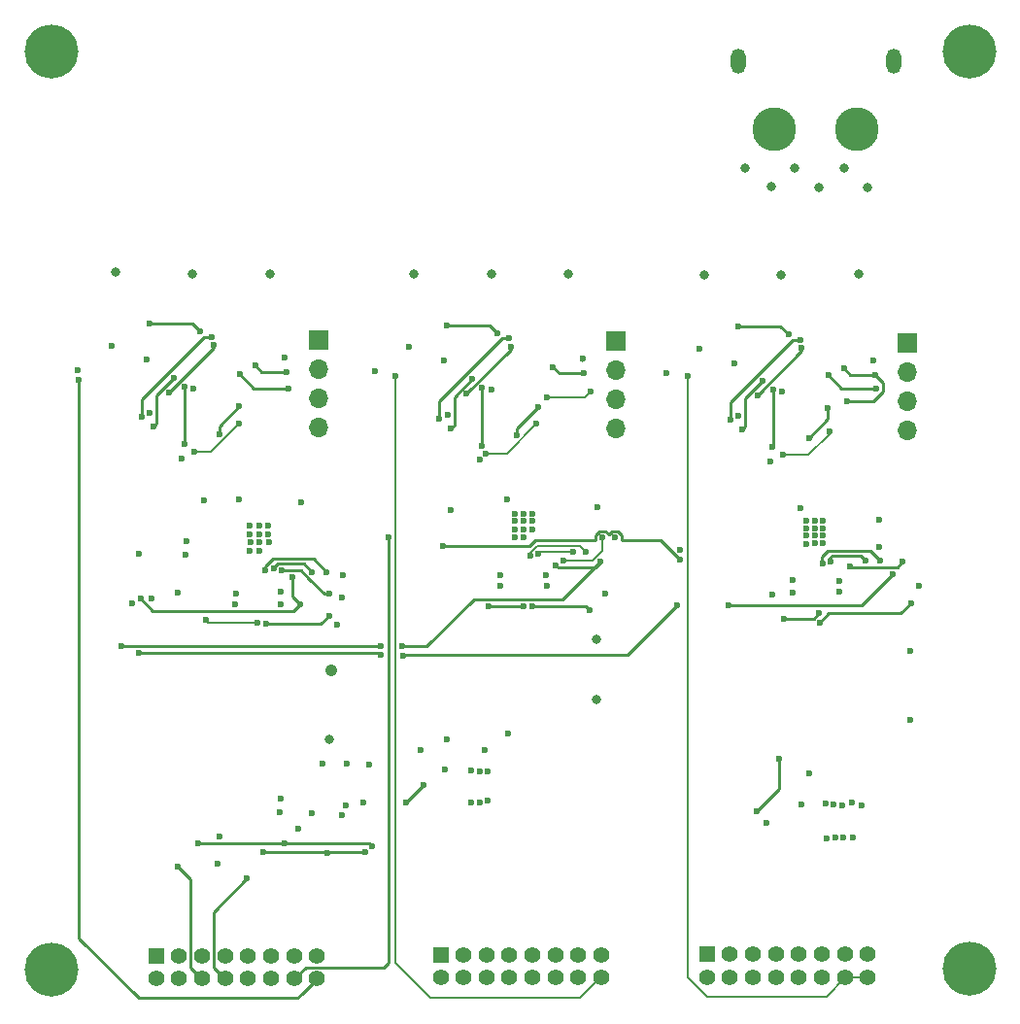
<source format=gbr>
%TF.GenerationSoftware,KiCad,Pcbnew,9.0.0*%
%TF.CreationDate,2025-06-19T13:23:44-07:00*%
%TF.ProjectId,EPS_Scales_RevE,4550535f-5363-4616-9c65-735f52657645,rev?*%
%TF.SameCoordinates,Original*%
%TF.FileFunction,Copper,L4,Bot*%
%TF.FilePolarity,Positive*%
%FSLAX46Y46*%
G04 Gerber Fmt 4.6, Leading zero omitted, Abs format (unit mm)*
G04 Created by KiCad (PCBNEW 9.0.0) date 2025-06-19 13:23:44*
%MOMM*%
%LPD*%
G01*
G04 APERTURE LIST*
%TA.AperFunction,ComponentPad*%
%ADD10C,4.700000*%
%TD*%
%TA.AperFunction,ComponentPad*%
%ADD11R,1.400000X1.400000*%
%TD*%
%TA.AperFunction,ComponentPad*%
%ADD12C,1.400000*%
%TD*%
%TA.AperFunction,ComponentPad*%
%ADD13R,1.700000X1.700000*%
%TD*%
%TA.AperFunction,ComponentPad*%
%ADD14O,1.700000X1.700000*%
%TD*%
%TA.AperFunction,ComponentPad*%
%ADD15O,1.300000X2.200000*%
%TD*%
%TA.AperFunction,ComponentPad*%
%ADD16C,3.800000*%
%TD*%
%TA.AperFunction,ViaPad*%
%ADD17C,0.600000*%
%TD*%
%TA.AperFunction,ViaPad*%
%ADD18C,0.800000*%
%TD*%
%TA.AperFunction,Conductor*%
%ADD19C,0.250000*%
%TD*%
%TA.AperFunction,Conductor*%
%ADD20C,0.200000*%
%TD*%
%TA.AperFunction,Conductor*%
%ADD21C,1.000000*%
%TD*%
G04 APERTURE END LIST*
D10*
%TO.P,J3,1,1*%
%TO.N,GND*%
X160012800Y-37000000D03*
%TD*%
D11*
%TO.P,CN1,1,1*%
%TO.N,+5V_Perif*%
X193941000Y-115729000D03*
D12*
%TO.P,CN1,2,2*%
%TO.N,unconnected-(CN1-Pad2)*%
X193941000Y-117729000D03*
%TO.P,CN1,3,3*%
%TO.N,+5V_Perif*%
X195941000Y-115729000D03*
%TO.P,CN1,4,4*%
%TO.N,Net-(CN1-Pad4)*%
X195941000Y-117729000D03*
%TO.P,CN1,5,5*%
%TO.N,+5V_Perif*%
X197941000Y-115729000D03*
%TO.P,CN1,6,6*%
%TO.N,Net-(CN1-Pad6)*%
X197941000Y-117729000D03*
%TO.P,CN1,7,7*%
%TO.N,+5V_Perif*%
X199941000Y-115729000D03*
%TO.P,CN1,8,8*%
%TO.N,Net-(CN1-Pad8)*%
X199941000Y-117729000D03*
%TO.P,CN1,9,9*%
%TO.N,GND*%
X201941000Y-115729000D03*
%TO.P,CN1,10,10*%
%TO.N,Net-(CN1-Pad10)*%
X201941000Y-117729000D03*
%TO.P,CN1,11,11*%
%TO.N,GND*%
X203941000Y-115729000D03*
%TO.P,CN1,12,12*%
%TO.N,Net-(CN1-Pad12)*%
X203941000Y-117729000D03*
%TO.P,CN1,13,13*%
%TO.N,GND*%
X205941000Y-115729000D03*
%TO.P,CN1,14,14*%
%TO.N,Net-(CN1-Pad14)*%
X205941000Y-117729000D03*
%TO.P,CN1,15,15*%
%TO.N,GND*%
X207941000Y-115729000D03*
%TO.P,CN1,16,16*%
%TO.N,WDT_WDI_Perif*%
X207941000Y-117729000D03*
%TD*%
D10*
%TO.P,J2,1,1*%
%TO.N,GND*%
X160012800Y-117000000D03*
%TD*%
D13*
%TO.P,J8,1,Pin_1*%
%TO.N,+20V_Jetson*%
X234594000Y-62367000D03*
D14*
%TO.P,J8,2,Pin_2*%
X234594000Y-64907000D03*
%TO.P,J8,3,Pin_3*%
%TO.N,GND*%
X234594000Y-67447000D03*
%TO.P,J8,4,Pin_4*%
X234594000Y-69987000D03*
%TD*%
D13*
%TO.P,J9,1,Pin_1*%
%TO.N,+3.3V_OBC*%
X183303000Y-62114250D03*
D14*
%TO.P,J9,2,Pin_2*%
X183303000Y-64654250D03*
%TO.P,J9,3,Pin_3*%
%TO.N,GND*%
X183303000Y-67194250D03*
%TO.P,J9,4,Pin_4*%
X183303000Y-69734250D03*
%TD*%
D11*
%TO.P,J6,1,1*%
%TO.N,+20V_Jetson*%
X217167800Y-115696600D03*
D12*
%TO.P,J6,2,2*%
%TO.N,Net-(J6-Pad2)*%
X217167800Y-117696600D03*
%TO.P,J6,3,3*%
%TO.N,+20V_Jetson*%
X219167800Y-115696600D03*
%TO.P,J6,4,4*%
%TO.N,Net-(J6-Pad4)*%
X219167800Y-117696600D03*
%TO.P,J6,5,5*%
%TO.N,+20V_Jetson*%
X221167800Y-115696600D03*
%TO.P,J6,6,6*%
%TO.N,Net-(J6-Pad6)*%
X221167800Y-117696600D03*
%TO.P,J6,7,7*%
%TO.N,+20V_Jetson*%
X223167800Y-115696600D03*
%TO.P,J6,8,8*%
%TO.N,Net-(J6-Pad8)*%
X223167800Y-117696600D03*
%TO.P,J6,9,9*%
%TO.N,GND*%
X225167800Y-115696600D03*
%TO.P,J6,10,10*%
%TO.N,Net-(J6-Pad10)*%
X225167800Y-117696600D03*
%TO.P,J6,11,11*%
%TO.N,GND*%
X227167800Y-115696600D03*
%TO.P,J6,12,12*%
%TO.N,Net-(J6-Pad12)*%
X227167800Y-117696600D03*
%TO.P,J6,13,13*%
%TO.N,GND*%
X229167800Y-115696600D03*
%TO.P,J6,14,14*%
%TO.N,WDT_WDI_Jetson*%
X229167800Y-117696600D03*
%TO.P,J6,15,15*%
%TO.N,GND*%
X231167800Y-115696600D03*
%TO.P,J6,16,16*%
%TO.N,WDT_WDI_Jetson*%
X231167800Y-117696600D03*
%TD*%
D15*
%TO.P,U8,1,1*%
%TO.N,GND*%
X219901000Y-37815000D03*
%TO.P,U8,2,2*%
X233401000Y-37815000D03*
D16*
%TO.P,U8,3,+*%
%TO.N,+V_Batt*%
X223051000Y-43815000D03*
%TO.P,U8,4,-*%
%TO.N,GND*%
X230251000Y-43815000D03*
%TD*%
D11*
%TO.P,J10,1,1*%
%TO.N,+3.3V_OBC*%
X169157200Y-115798200D03*
D12*
%TO.P,J10,2,2*%
%TO.N,Net-(J10-Pad2)*%
X169157200Y-117798200D03*
%TO.P,J10,3,3*%
%TO.N,+3.3V_OBC*%
X171157200Y-115798200D03*
%TO.P,J10,4,4*%
%TO.N,Net-(J10-Pad4)*%
X171157200Y-117798200D03*
%TO.P,J10,5,5*%
%TO.N,+3.3V_OBC*%
X173157200Y-115798200D03*
%TO.P,J10,6,6*%
%TO.N,OBC SDA*%
X173157200Y-117798200D03*
%TO.P,J10,7,7*%
%TO.N,+3.3V_OBC*%
X175157200Y-115798200D03*
%TO.P,J10,8,8*%
%TO.N,OBC SCL*%
X175157200Y-117798200D03*
%TO.P,J10,9,9*%
%TO.N,GND*%
X177157200Y-115798200D03*
%TO.P,J10,10,10*%
%TO.N,Net-(J10-Pad10)*%
X177157200Y-117798200D03*
%TO.P,J10,11,11*%
%TO.N,GND*%
X179157200Y-115798200D03*
%TO.P,J10,12,12*%
%TO.N,OBC_EN_JETSON*%
X179157200Y-117798200D03*
%TO.P,J10,13,13*%
%TO.N,GND*%
X181157200Y-115798200D03*
%TO.P,J10,14,14*%
%TO.N,OBC_EN_PERIF*%
X181157200Y-117798200D03*
%TO.P,J10,15,15*%
%TO.N,GND*%
X183157200Y-115798200D03*
%TO.P,J10,16,16*%
%TO.N,WDT_WDI_OBC*%
X183157200Y-117798200D03*
%TD*%
D10*
%TO.P,J5,1,1*%
%TO.N,GND*%
X240012800Y-37000000D03*
%TD*%
%TO.P,J4,1,1*%
%TO.N,GND*%
X240030000Y-116967000D03*
%TD*%
D13*
%TO.P,J7,1,Pin_1*%
%TO.N,+5V_Perif*%
X209236000Y-62250500D03*
D14*
%TO.P,J7,2,Pin_2*%
X209236000Y-64790500D03*
%TO.P,J7,3,Pin_3*%
%TO.N,GND*%
X209236000Y-67330500D03*
%TO.P,J7,4,Pin_4*%
X209236000Y-69870500D03*
%TD*%
D17*
%TO.N,+5V_Perif*%
X196596000Y-102463600D03*
X197408800Y-102412800D03*
X198069200Y-102260400D03*
X198069200Y-99771200D03*
X197358000Y-99771200D03*
X196646800Y-99669600D03*
X197764400Y-97891600D03*
%TO.N,GND*%
X199796400Y-96469200D03*
%TO.N,+3.3V_OBC*%
X192227200Y-97891600D03*
%TO.N,GND*%
X194310000Y-99568000D03*
%TO.N,SCL*%
X192481200Y-100939600D03*
%TO.N,GND*%
X194513200Y-96926400D03*
%TO.N,+V_Batt*%
X178968400Y-79756000D03*
X178155600Y-80518000D03*
X200456800Y-78638400D03*
X177328400Y-78296000D03*
X201980800Y-77927200D03*
X201218800Y-78638400D03*
X226568000Y-77876400D03*
X227279200Y-78536800D03*
X178954000Y-79108800D03*
X226568000Y-79197200D03*
X227279200Y-79857600D03*
X177328400Y-79108800D03*
X226568000Y-79857600D03*
X201218800Y-77927200D03*
X171791200Y-79696600D03*
X200456800Y-79349600D03*
X178141200Y-79108800D03*
X200456800Y-77927200D03*
X225856800Y-79908400D03*
X201218800Y-77266800D03*
X178141200Y-78296000D03*
X178954000Y-78296000D03*
X225856800Y-79197200D03*
X225856800Y-78536800D03*
D18*
X224790000Y-47142400D03*
D17*
X201980800Y-78638400D03*
X201218800Y-79349600D03*
X225856800Y-77876400D03*
X177393600Y-79756000D03*
X178141200Y-79756000D03*
X177342800Y-80518000D03*
X201980800Y-77266800D03*
X200456800Y-77266800D03*
X226568000Y-78536800D03*
X227279200Y-79197200D03*
D18*
X229108000Y-47193200D03*
X220522800Y-47193200D03*
D17*
X227279200Y-77876400D03*
%TO.N,GND*%
X222694500Y-72707500D03*
D18*
X172339000Y-56388000D03*
D17*
X203149200Y-82651600D03*
X226088000Y-99886400D03*
X176363200Y-76060800D03*
D18*
X191643000Y-56388000D03*
D17*
X234854000Y-95263600D03*
X208280000Y-84277200D03*
X232184000Y-77839200D03*
X199136000Y-82600800D03*
X199771000Y-76073000D03*
X181798800Y-76314800D03*
D18*
X223647000Y-56515000D03*
D17*
X225376800Y-102629600D03*
X185456400Y-82664800D03*
X188256000Y-64902250D03*
X207645000Y-76708000D03*
X180020800Y-102121200D03*
X203200000Y-83566000D03*
X209169000Y-79375000D03*
X167625600Y-80785200D03*
X179919200Y-103289600D03*
X176027600Y-85151600D03*
X194818000Y-76962000D03*
X185354800Y-84595200D03*
X235638400Y-83579600D03*
X176078400Y-84237200D03*
X228678800Y-84087600D03*
D18*
X205105000Y-56388000D03*
D17*
X222351600Y-104190800D03*
D18*
X184440400Y-90945200D03*
D17*
X168300400Y-63804800D03*
X231662380Y-63905018D03*
X165244000Y-62641250D03*
X182713200Y-103391200D03*
X191177000Y-62777500D03*
X206304380Y-63788518D03*
X194208400Y-63957200D03*
X171403500Y-72454750D03*
D18*
X184288000Y-96990400D03*
X207518000Y-88265000D03*
D17*
X174516800Y-107768800D03*
X172419500Y-66358750D03*
X179990000Y-85151600D03*
X198352500Y-66495000D03*
D18*
X230378000Y-56388000D03*
D17*
X167066800Y-85103200D03*
D18*
X231140000Y-48895000D03*
D17*
X185710400Y-102680000D03*
X224665600Y-84138400D03*
X225326000Y-76772400D03*
X184897600Y-86982800D03*
X213614000Y-65018750D03*
X222859600Y-84328000D03*
X168609500Y-68517750D03*
X219557600Y-64160400D03*
X234904800Y-89218400D03*
D18*
X198374000Y-56388000D03*
D17*
X181544800Y-104712000D03*
X219900500Y-68770500D03*
X162323000Y-64766000D03*
D18*
X222758000Y-48768000D03*
X165608000Y-56261000D03*
X179070000Y-56388000D03*
D17*
X228729600Y-83122400D03*
X197336500Y-72591000D03*
X229819200Y-102412800D03*
X179990000Y-84084800D03*
X174669200Y-105432000D03*
X173366000Y-76162400D03*
X171689600Y-80886800D03*
X180371380Y-63652268D03*
D18*
X216916000Y-56515000D03*
D17*
X194542500Y-68654000D03*
D18*
X226949000Y-48895000D03*
D17*
X232133200Y-80176000D03*
D18*
X207518000Y-93472000D03*
D17*
X223710500Y-66611500D03*
X199186800Y-83566000D03*
X216535000Y-62894000D03*
X224665600Y-83071600D03*
%TO.N,/Perif_Subsystem/WD_Perif/WDT-VIN*%
X206439426Y-65055500D03*
X203750000Y-64526500D03*
%TO.N,WDT_WDI_Perif*%
X189992000Y-65278000D03*
%TO.N,Net-(U1-TR{slash}SS)*%
X229644000Y-81901100D03*
X234216000Y-81496800D03*
%TO.N,Net-(U1-BST)*%
X226936360Y-85974820D03*
X223861600Y-86424400D03*
%TO.N,Net-(U1-INTVCC)*%
X234955153Y-85070655D03*
X226982362Y-86756133D03*
%TO.N,+3.3V_OBC*%
X187198000Y-102412800D03*
X183692800Y-99060000D03*
X171043600Y-84124800D03*
X168757600Y-84632800D03*
X185775600Y-99060000D03*
X214782400Y-81280000D03*
X194157600Y-80111600D03*
X185318400Y-103581200D03*
X187756800Y-99110800D03*
%TO.N,+20V_Jetson*%
X230632000Y-102717600D03*
X229870000Y-105511600D03*
X228955600Y-102666800D03*
X228193600Y-102616000D03*
X227482400Y-102565200D03*
X228346000Y-105511600D03*
X229057200Y-105460800D03*
X227634800Y-105562400D03*
%TO.N,WDT_WDI_Jetson*%
X215519000Y-65278000D03*
%TO.N,Net-(U10D--)*%
X220218000Y-69977000D03*
X222026842Y-65689842D03*
%TO.N,Net-(U3-TR{slash}SS)*%
X184237200Y-84290400D03*
X180115363Y-82243200D03*
%TO.N,Net-(U3-BST)*%
X177994569Y-86805577D03*
X173467600Y-86576400D03*
%TO.N,Net-(U3-INTVCC)*%
X184237200Y-86170000D03*
X178750800Y-86881200D03*
%TO.N,Net-(U6D--)*%
X196668842Y-65573342D03*
X194860000Y-69860500D03*
%TO.N,Net-(U13-TR{slash}SS)*%
X204619520Y-81332480D03*
X208026000Y-79375000D03*
%TO.N,Net-(U13-BST)*%
X201169997Y-85344000D03*
X198120000Y-85344000D03*
%TO.N,Net-(U13-INTVCC)*%
X206959200Y-85699600D03*
X201930000Y-85344000D03*
%TO.N,/OBC_Subsystem/WD_OBC/WDT-VIN*%
X177817000Y-64390250D03*
X180506426Y-64919250D03*
%TO.N,/Jetson_Subsystem/WD_Jetson/WDT-VIN*%
X229412800Y-67462400D03*
X231797426Y-65172000D03*
X229108000Y-64643000D03*
%TO.N,WDT_WDI_OBC*%
X162433000Y-65659000D03*
%TO.N,OBC_EN_JETSON*%
X214789948Y-80460232D03*
%TO.N,OBC SDA*%
X171036342Y-108044342D03*
%TO.N,OBC SCL*%
X177082642Y-109061442D03*
%TO.N,OBC_EN_PERIF*%
X189382400Y-79349600D03*
%TO.N,Net-(D15-C)*%
X226060000Y-70673498D03*
X227711000Y-68072000D03*
%TO.N,/Jetson_Subsystem/WD_Jetson/WDT-VP*%
X221582342Y-66961658D03*
X225425000Y-62865000D03*
%TO.N,Net-(R124-Pad1)*%
X197889579Y-72053002D03*
X202311000Y-69469000D03*
%TO.N,Net-(R132-Pad2)*%
X207010000Y-66675000D03*
X203200000Y-67183000D03*
%TO.N,Net-(U6B--)*%
X199917951Y-62003256D03*
X193844000Y-68971500D03*
%TO.N,/Perif_Subsystem/WD_Perif/WDT-VP*%
X196224342Y-66845158D03*
X200067000Y-62748500D03*
%TO.N,Net-(U6A--)*%
X194511820Y-60845754D03*
X198916000Y-61551970D03*
%TO.N,Net-(R141-Pad1)*%
X223760500Y-72166201D03*
X227838000Y-70096498D03*
%TO.N,SDA*%
X221488000Y-103225600D03*
X180390800Y-106019600D03*
X187960000Y-106273600D03*
X172781000Y-106019600D03*
X223469200Y-98602800D03*
%TO.N,Net-(U10B--)*%
X225275951Y-62119756D03*
X219202000Y-69088000D03*
%TO.N,SCL*%
X184048400Y-106832400D03*
X187366538Y-106748370D03*
X178473759Y-106768051D03*
X190950942Y-102455342D03*
%TO.N,Net-(U10A--)*%
X219869820Y-60962254D03*
X224274000Y-61668470D03*
%TO.N,Net-(U1-RT)*%
X230994024Y-81375966D03*
X227971956Y-81431431D03*
%TO.N,Net-(U1-EN{slash}UV)*%
X232253602Y-81345025D03*
X227227375Y-81583748D03*
%TO.N,Net-(U3-RT)*%
X179380453Y-82049522D03*
X182764000Y-82410800D03*
%TO.N,Net-(U3-EN{slash}UV)*%
X178649200Y-82256582D03*
X183983200Y-82360000D03*
%TO.N,Net-(U6C-+)*%
X197559658Y-66337158D03*
X197527000Y-71384500D03*
%TO.N,Net-(D8-C)*%
X200568820Y-70419220D03*
X202438000Y-68021200D03*
%TO.N,Net-(U13-EN{slash}UV)*%
X206597000Y-80618426D03*
X201733750Y-80971484D03*
%TO.N,/OBC_Subsystem/WD_OBC/WDT-VP*%
X174134000Y-62612250D03*
X170291342Y-66708908D03*
%TO.N,Net-(R149-Pad2)*%
X231902000Y-66395600D03*
X227729142Y-65234458D03*
%TO.N,Net-(U13-RT)*%
X202467815Y-80774633D03*
X205510612Y-80639652D03*
%TO.N,SYNC_PHASE3*%
X188722000Y-89609203D03*
X190652400Y-89662000D03*
X214579200Y-85242400D03*
X233375200Y-82550000D03*
X219049600Y-85293200D03*
X167690800Y-89434200D03*
%TO.N,SYNC_PHASE1*%
X167828800Y-84696800D03*
X181668499Y-85156786D03*
X181036800Y-82828200D03*
%TO.N,SYNC_PHASE2*%
X207858056Y-81493056D03*
X203989134Y-81757000D03*
X190601600Y-88849200D03*
X188722000Y-88849200D03*
X166116000Y-88849200D03*
%TO.N,Net-(U10C-+)*%
X222917658Y-66453658D03*
X222885000Y-71501000D03*
%TO.N,Net-(U11D--)*%
X170735842Y-65437092D03*
X168927000Y-69724250D03*
%TO.N,Net-(D18-C)*%
X176403000Y-67945000D03*
X174673520Y-70406520D03*
%TO.N,Net-(R157-Pad1)*%
X172469500Y-71913452D03*
X176403000Y-69469000D03*
%TO.N,Net-(U11B--)*%
X167911000Y-68835250D03*
X173984951Y-61867006D03*
%TO.N,Net-(U11A--)*%
X172983000Y-61415720D03*
X168578820Y-60709504D03*
%TO.N,Net-(R165-Pad2)*%
X176416000Y-65130169D03*
X180695600Y-66395600D03*
%TO.N,Net-(U11C-+)*%
X171594000Y-71248250D03*
X171626658Y-66200908D03*
%TD*%
D19*
%TO.N,SCL*%
X192481200Y-100925084D02*
X192481200Y-100939600D01*
%TO.N,SYNC_PHASE3*%
X190703200Y-89611200D02*
X210210400Y-89611200D01*
X190652400Y-89662000D02*
X190703200Y-89611200D01*
X210210400Y-89611200D02*
X214579200Y-85242400D01*
%TO.N,SYNC_PHASE2*%
X204598800Y-84758000D02*
X207873600Y-81483200D01*
X192735200Y-88849200D02*
X196826400Y-84758000D01*
X196826400Y-84758000D02*
X204598800Y-84758000D01*
X190601600Y-88849200D02*
X192735200Y-88849200D01*
%TO.N,SCL*%
X190950942Y-102455342D02*
X192481200Y-100925084D01*
D20*
%TO.N,+V_Batt*%
X223051000Y-44030000D02*
X223012000Y-44069000D01*
X223051000Y-43815000D02*
X223051000Y-44030000D01*
D19*
%TO.N,GND*%
X231662380Y-63905018D02*
X231648000Y-63919398D01*
X180357000Y-63666648D02*
X180357000Y-63755250D01*
X180371380Y-63652268D02*
X180357000Y-63666648D01*
X231648000Y-63919398D02*
X231648000Y-64008000D01*
X206304380Y-63788518D02*
X206290000Y-63802898D01*
X206290000Y-63802898D02*
X206290000Y-63891500D01*
X184897600Y-86982800D02*
X184897600Y-86932000D01*
D21*
X184440400Y-90945200D02*
X184389600Y-90945200D01*
D19*
%TO.N,/Perif_Subsystem/WD_Perif/WDT-VIN*%
X206439426Y-65055500D02*
X204279000Y-65055500D01*
X204279000Y-65055500D02*
X203750000Y-64526500D01*
D20*
%TO.N,WDT_WDI_Perif*%
X193040000Y-119507000D02*
X206121000Y-119507000D01*
X189992000Y-114173000D02*
X189992000Y-116459000D01*
X189992000Y-116459000D02*
X193040000Y-119507000D01*
X206121000Y-119507000D02*
X207899000Y-117729000D01*
X189992000Y-65278000D02*
X189992000Y-114173000D01*
D19*
%TO.N,Net-(U1-TR{slash}SS)*%
X233750834Y-81961966D02*
X234216000Y-81496800D01*
X229704866Y-81961966D02*
X233750834Y-81961966D01*
X229644000Y-81901100D02*
X229704866Y-81961966D01*
%TO.N,Net-(U1-BST)*%
X226486780Y-86424400D02*
X226936360Y-85974820D01*
X223889200Y-86424400D02*
X223875600Y-86410800D01*
X226486780Y-86424400D02*
X223889200Y-86424400D01*
%TO.N,Net-(U1-INTVCC)*%
X226982362Y-86756133D02*
X227771295Y-85967200D01*
X227771295Y-85967200D02*
X234058608Y-85967200D01*
X234058608Y-85967200D02*
X234955153Y-85070655D01*
%TO.N,+3.3V_OBC*%
X207440000Y-79132270D02*
X207783270Y-78789000D01*
X209755000Y-79603600D02*
X213106000Y-79603600D01*
X207783270Y-78789000D02*
X208268730Y-78789000D01*
X209411730Y-78789000D02*
X209755000Y-79132270D01*
X207440000Y-79603600D02*
X207440000Y-79132270D01*
X194157600Y-80111600D02*
X201726800Y-80111600D01*
X201726800Y-80111600D02*
X202234800Y-79603600D01*
X202234800Y-79603600D02*
X207440000Y-79603600D01*
X208268730Y-78789000D02*
X208597500Y-79117770D01*
X208597500Y-79117770D02*
X208926270Y-78789000D01*
X213106000Y-79603600D02*
X214782400Y-81280000D01*
X208926270Y-78789000D02*
X209411730Y-78789000D01*
X209755000Y-79132270D02*
X209755000Y-79603600D01*
D20*
%TO.N,WDT_WDI_Jetson*%
X227584000Y-119380000D02*
X229235000Y-117729000D01*
X215519000Y-117729000D02*
X217170000Y-119380000D01*
X217170000Y-119380000D02*
X227584000Y-119380000D01*
X215519000Y-116205000D02*
X215519000Y-117729000D01*
X215519000Y-65278000D02*
X215519000Y-116205000D01*
X229235000Y-117729000D02*
X231140000Y-117729000D01*
D19*
%TO.N,Net-(U10D--)*%
X220486500Y-69708500D02*
X220218000Y-69977000D01*
X220486500Y-67230184D02*
X220486500Y-69708500D01*
X222026842Y-65689842D02*
X220486500Y-67230184D01*
%TO.N,Net-(U3-TR{slash}SS)*%
X180115363Y-82243200D02*
X181767670Y-82243200D01*
X181767670Y-82243200D02*
X182476635Y-82952165D01*
X183814870Y-84290400D02*
X184237200Y-84290400D01*
X182476635Y-82952165D02*
X183814870Y-84290400D01*
D20*
%TO.N,Net-(U3-BST)*%
X173467600Y-86576400D02*
X173696777Y-86805577D01*
X173696777Y-86805577D02*
X177994569Y-86805577D01*
D19*
%TO.N,Net-(U3-INTVCC)*%
X183526000Y-86881200D02*
X184237200Y-86170000D01*
X178750800Y-86881200D02*
X183526000Y-86881200D01*
%TO.N,Net-(U6D--)*%
X196668842Y-65573342D02*
X195128500Y-67113684D01*
X195128500Y-67113684D02*
X195128500Y-69592000D01*
X195128500Y-69592000D02*
X194860000Y-69860500D01*
D20*
%TO.N,Net-(U13-TR{slash}SS)*%
X208026000Y-80531738D02*
X208026000Y-79349600D01*
X204619520Y-81332480D02*
X207225258Y-81332480D01*
X207225258Y-81332480D02*
X208026000Y-80531738D01*
D19*
%TO.N,Net-(U13-BST)*%
X198120000Y-85344000D02*
X201168000Y-85344000D01*
%TO.N,Net-(U13-INTVCC)*%
X206603600Y-85344000D02*
X206959200Y-85699600D01*
X201930000Y-85344000D02*
X206603600Y-85344000D01*
%TO.N,/OBC_Subsystem/WD_OBC/WDT-VIN*%
X178346000Y-64919250D02*
X177817000Y-64390250D01*
X180506426Y-64919250D02*
X178346000Y-64919250D01*
%TO.N,/Jetson_Subsystem/WD_Jetson/WDT-VIN*%
X231797426Y-65172000D02*
X229637000Y-65172000D01*
X229637000Y-65172000D02*
X229108000Y-64643000D01*
X231663930Y-67462400D02*
X229412800Y-67462400D01*
X232488000Y-65862574D02*
X232488000Y-66638330D01*
X231797426Y-65172000D02*
X232488000Y-65862574D01*
X232488000Y-66638330D02*
X231663930Y-67462400D01*
%TO.N,WDT_WDI_OBC*%
X162433000Y-114300000D02*
X167640000Y-119507000D01*
X162433000Y-65659000D02*
X162433000Y-114300000D01*
X181483000Y-119507000D02*
X181864000Y-119126000D01*
X181864000Y-119126000D02*
X183134000Y-117856000D01*
X167640000Y-119507000D02*
X181483000Y-119507000D01*
%TO.N,OBC SDA*%
X172171200Y-109179200D02*
X172171200Y-116850000D01*
X172171200Y-116850000D02*
X173177200Y-117856000D01*
X171036342Y-108044342D02*
X172171200Y-109179200D01*
%TO.N,OBC SCL*%
X177082642Y-109061442D02*
X174143200Y-112000884D01*
X174143200Y-116840800D02*
X175158400Y-117856000D01*
X174143200Y-112000884D02*
X174143200Y-116840800D01*
%TO.N,OBC_EN_PERIF*%
X189382400Y-79349600D02*
X189382400Y-116433600D01*
X189003800Y-116812200D02*
X182196600Y-116812200D01*
X189382400Y-116433600D02*
X189003800Y-116812200D01*
X182196600Y-116812200D02*
X181152800Y-117856000D01*
%TO.N,Net-(D15-C)*%
X227711000Y-69022498D02*
X227711000Y-68072000D01*
X226060000Y-70673498D02*
X227711000Y-69022498D01*
%TO.N,/Jetson_Subsystem/WD_Jetson/WDT-VP*%
X221582342Y-66961658D02*
X225425000Y-63119000D01*
X225425000Y-63119000D02*
X225425000Y-62865000D01*
D20*
%TO.N,Net-(R124-Pad1)*%
X199726998Y-72053002D02*
X202311000Y-69469000D01*
X197889579Y-72053002D02*
X199726998Y-72053002D01*
%TO.N,Net-(R132-Pad2)*%
X203200000Y-67183000D02*
X206502000Y-67183000D01*
X206502000Y-67183000D02*
X207010000Y-66675000D01*
D19*
%TO.N,Net-(U6B--)*%
X193844000Y-67447500D02*
X199288244Y-62003256D01*
X199288244Y-62003256D02*
X199917951Y-62003256D01*
X193844000Y-68971500D02*
X193844000Y-67447500D01*
%TO.N,/Perif_Subsystem/WD_Perif/WDT-VP*%
X196224342Y-66845158D02*
X200067000Y-63002500D01*
X200067000Y-63002500D02*
X200067000Y-62748500D01*
%TO.N,Net-(U6A--)*%
X198209784Y-60845754D02*
X194511820Y-60845754D01*
X198916000Y-61551970D02*
X198209784Y-60845754D01*
D20*
%TO.N,Net-(R141-Pad1)*%
X227838000Y-70096498D02*
X227838000Y-70350498D01*
X227838000Y-70350498D02*
X226022297Y-72166201D01*
X226022297Y-72166201D02*
X223760500Y-72166201D01*
D19*
%TO.N,SDA*%
X223469200Y-101244400D02*
X223469200Y-98602800D01*
X187706000Y-106019600D02*
X187960000Y-106273600D01*
X172781000Y-106019600D02*
X187706000Y-106019600D01*
X221488000Y-103225600D02*
X223469200Y-101244400D01*
%TO.N,Net-(U10B--)*%
X224646244Y-62119756D02*
X225275951Y-62119756D01*
X219202000Y-67564000D02*
X224646244Y-62119756D01*
X219202000Y-69088000D02*
X219202000Y-67564000D01*
%TO.N,SCL*%
X187366538Y-106748370D02*
X187346857Y-106768051D01*
X187346857Y-106768051D02*
X178473759Y-106768051D01*
%TO.N,Net-(U10A--)*%
X224274000Y-61668470D02*
X223567784Y-60962254D01*
X223567784Y-60962254D02*
X219869820Y-60962254D01*
%TO.N,Net-(U1-RT)*%
X230994024Y-81375966D02*
X230560658Y-80942600D01*
X230560658Y-80942600D02*
X228424800Y-80942600D01*
X228424800Y-80942600D02*
X228064600Y-80942600D01*
X228064600Y-80942600D02*
X227866000Y-81141200D01*
%TO.N,Net-(U1-EN{slash}UV)*%
X227227375Y-81583748D02*
X227227375Y-81518575D01*
X227227375Y-81518575D02*
X227197442Y-81488642D01*
X227227375Y-81583748D02*
X227202793Y-81559166D01*
X227202793Y-81559166D02*
X227202793Y-81446000D01*
X227197442Y-80996958D02*
X227662800Y-80531600D01*
X231440177Y-80531600D02*
X232253602Y-81345025D01*
X227662800Y-80531600D02*
X231440177Y-80531600D01*
X227197442Y-81488642D02*
X227197442Y-80996958D01*
%TO.N,Net-(U3-RT)*%
X182006600Y-81653400D02*
X179762200Y-81653400D01*
X182764000Y-82410800D02*
X182006600Y-81653400D01*
X179762200Y-81653400D02*
X179360400Y-82055200D01*
%TO.N,Net-(U3-EN{slash}UV)*%
X179309600Y-81242400D02*
X182865600Y-81242400D01*
X182865600Y-81242400D02*
X183983200Y-82360000D01*
X178649200Y-81902800D02*
X179309600Y-81242400D01*
X178649200Y-82256582D02*
X178649200Y-81902800D01*
%TO.N,Net-(U6C-+)*%
X197559658Y-66337158D02*
X197559658Y-71351842D01*
X197559658Y-71351842D02*
X197527000Y-71384500D01*
%TO.N,Net-(D8-C)*%
X200568820Y-70419220D02*
X200568820Y-69890380D01*
X200568820Y-69890380D02*
X202438000Y-68021200D01*
D20*
%TO.N,Net-(U13-EN{slash}UV)*%
X206062652Y-80078652D02*
X206603600Y-80619600D01*
X201733750Y-80971484D02*
X201733750Y-80715324D01*
X201733750Y-80715324D02*
X202370422Y-80078652D01*
X202370422Y-80078652D02*
X206062652Y-80078652D01*
D19*
%TO.N,/OBC_Subsystem/WD_OBC/WDT-VP*%
X170291342Y-66708908D02*
X174134000Y-62866250D01*
X174134000Y-62866250D02*
X174134000Y-62612250D01*
%TO.N,Net-(R149-Pad2)*%
X227729142Y-65234458D02*
X228890284Y-66395600D01*
X228890284Y-66395600D02*
X231902000Y-66395600D01*
D20*
%TO.N,Net-(U13-RT)*%
X202621148Y-80639652D02*
X202488800Y-80772000D01*
X205510612Y-80639652D02*
X202621148Y-80639652D01*
D19*
%TO.N,SYNC_PHASE3*%
X188546997Y-89434200D02*
X188722000Y-89609203D01*
X219049600Y-85293200D02*
X230632000Y-85293200D01*
X230632000Y-85293200D02*
X233375200Y-82550000D01*
X167690800Y-89434200D02*
X188546997Y-89434200D01*
%TO.N,SYNC_PHASE1*%
X168869600Y-85737600D02*
X167828800Y-84696800D01*
X181087685Y-85737600D02*
X168869600Y-85737600D01*
X181036800Y-84525087D02*
X181668499Y-85156786D01*
X181668499Y-85156786D02*
X181087685Y-85737600D01*
X181036800Y-82828200D02*
X181036800Y-84525087D01*
%TO.N,SYNC_PHASE2*%
X166116000Y-88849200D02*
X188722000Y-88849200D01*
X204225134Y-81993000D02*
X207414600Y-81993000D01*
X203989134Y-81757000D02*
X204225134Y-81993000D01*
X207414600Y-81993000D02*
X207873600Y-81534000D01*
%TO.N,Net-(U10C-+)*%
X222917658Y-71468342D02*
X222885000Y-71501000D01*
X222917658Y-66453658D02*
X222917658Y-71468342D01*
%TO.N,Net-(U11D--)*%
X169195500Y-69455750D02*
X168927000Y-69724250D01*
X170735842Y-65437092D02*
X169195500Y-66977434D01*
X169195500Y-66977434D02*
X169195500Y-69455750D01*
%TO.N,Net-(D18-C)*%
X174673520Y-70406520D02*
X174673520Y-69674480D01*
X174673520Y-69674480D02*
X176403000Y-67945000D01*
D20*
%TO.N,Net-(R157-Pad1)*%
X172469500Y-71913452D02*
X173958548Y-71913452D01*
X173958548Y-71913452D02*
X176403000Y-69469000D01*
D19*
%TO.N,Net-(U11B--)*%
X167911000Y-68835250D02*
X167911000Y-67311250D01*
X167911000Y-67311250D02*
X173355244Y-61867006D01*
X173355244Y-61867006D02*
X173984951Y-61867006D01*
%TO.N,Net-(U11A--)*%
X172276784Y-60709504D02*
X168578820Y-60709504D01*
X172983000Y-61415720D02*
X172276784Y-60709504D01*
%TO.N,Net-(R165-Pad2)*%
X176416000Y-65130169D02*
X177681431Y-66395600D01*
X177681431Y-66395600D02*
X180695600Y-66395600D01*
%TO.N,Net-(U11C-+)*%
X171626658Y-66200908D02*
X171626658Y-71215592D01*
X171626658Y-71215592D02*
X171594000Y-71248250D01*
%TD*%
M02*

</source>
